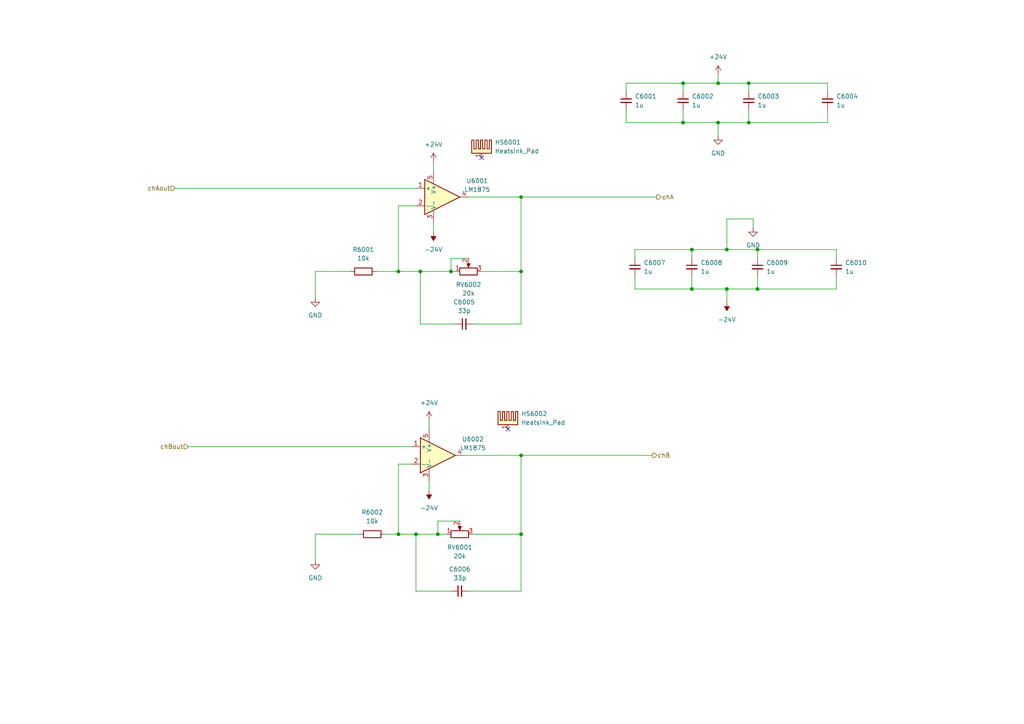
<source format=kicad_sch>
(kicad_sch (version 20231120) (generator "eeschema") (generator_version "8.0")
  (paper "A4")
  (lib_symbols
    (symbol "Amplifier_Audio:LM1875" (pin_names (offset 0.127))
      (property "Reference" "U" (at 3.81 6.35 0))
      (property "Value" "LM1875" (at 3.81 3.81 0))
      (symbol "LM1875_0_1"
        (polyline (pts (xy -5.08 5.08) (xy 5.08 0) (xy -5.08 -5.08) (xy -5.08 5.08)) (stroke (width 0.254)) (fill (type background)))
      )
      (symbol "LM1875_1_1"
        (pin input line (at -7.62 2.54 0) (length 2.54) (name "+") (number "1"))
        (pin input line (at -7.62 -2.54 0) (length 2.54) (name "-") (number "2"))
        (pin power_in line (at -2.54 -7.62 90) (length 3.81) (name "V-") (number "3"))
        (pin output line (at 7.62 0 180) (length 2.54) (name "~") (number "4"))
        (pin power_in line (at -2.54 7.62 270) (length 3.81) (name "V+") (number "5"))
      )
    )
    (symbol "Device:C_Small" (pin_numbers hide) (pin_names (offset 0.254) hide)
      (property "Reference" "C" (at 0.254 1.778 0))
      (property "Value" "C_Small" (at 0.254 -2.032 0))
      (symbol "C_Small_0_1"
        (polyline (pts (xy -1.524 -0.508) (xy 1.524 -0.508)) (stroke (width 0.3302)))
        (polyline (pts (xy -1.524 0.508) (xy 1.524 0.508)) (stroke (width 0.3048)))
      )
      (symbol "C_Small_1_1"
        (pin passive line (at 0 2.54 270) (length 2.032) (name "~") (number "1"))
        (pin passive line (at 0 -2.54 90) (length 2.032) (name "~") (number "2"))
      )
    )
    (symbol "Device:R" (pin_numbers hide) (pin_names (offset 0))
      (property "Reference" "R" (at 2.032 0 90))
      (property "Value" "R" (at 0 0 90))
      (symbol "R_0_1"
        (rectangle (start -1.016 -2.54) (end 1.016 2.54) (stroke (width 0.254)))
      )
      (symbol "R_1_1"
        (pin passive line (at 0 3.81 270) (length 1.27) (name "~") (number "1"))
        (pin passive line (at 0 -3.81 90) (length 1.27) (name "~") (number "2"))
      )
    )
    (symbol "Device:R_Potentiometer" (pin_names (offset 1.016) hide)
      (property "Reference" "RV" (at -4.445 0 90))
      (property "Value" "R_Potentiometer" (at -2.54 0 90))
      (symbol "R_Potentiometer_0_1"
        (polyline (pts (xy 2.54 0) (xy 1.524 0)))
        (polyline (pts (xy 1.143 0) (xy 2.286 0.508) (xy 2.286 -0.508) (xy 1.143 0)) (fill (type outline)))
        (rectangle (start 1.016 2.54) (end -1.016 -2.54) (stroke (width 0.254)))
      )
      (symbol "R_Potentiometer_1_1"
        (pin passive line (at 0 3.81 270) (length 1.27) (name "1") (number "1"))
        (pin passive line (at 3.81 0 180) (length 1.27) (name "2") (number "2"))
        (pin passive line (at 0 -3.81 90) (length 1.27) (name "3") (number "3"))
      )
    )
    (symbol "Mechanical:Heatsink_Pad" (pin_names (offset 0))
      (property "Reference" "HS" (at 0 5.715 0))
      (property "Value" "Heatsink_Pad" (at 0 3.81 0))
      (symbol "Heatsink_Pad_0_1"
        (polyline (pts (xy -0.3302 0) (xy -0.9652 0) (xy -0.9652 2.54) (xy -1.6002 2.54) (xy -1.6002 0) (xy -2.2352 0) (xy -2.2352 2.54) (xy -2.8702 2.54) (xy -2.8702 -1.27) (xy -0.9652 -1.27)) (stroke (width 0.254)) (fill (type background)))
        (polyline (pts (xy -0.3302 0) (xy -0.3302 2.54) (xy 0.3048 2.54) (xy 0.3048 0) (xy 0.9398 0) (xy 0.9398 2.54) (xy 1.5748 2.54) (xy 1.5748 0) (xy 2.2098 0) (xy 2.2098 2.54) (xy 2.8448 2.54) (xy 2.8448 -1.27) (xy -0.9652 -1.27)) (stroke (width 0.254)) (fill (type background)))
      )
      (symbol "Heatsink_Pad_1_1"
        (pin passive line (at 0 -2.54 90) (length 1.27) (name "~") (number "1"))
      )
    )
    (symbol "power:+24V" (power) (pin_names (offset 0))
      (property "Value" "+24V" (at 0 3.556 0))
      (symbol "+24V_0_1"
        (polyline (pts (xy -0.762 1.27) (xy 0 2.54)))
        (polyline (pts (xy 0 0) (xy 0 2.54)))
        (polyline (pts (xy 0 2.54) (xy 0.762 1.27)))
      )
      (symbol "+24V_1_1"
        (pin power_in line (at 0 0 90) (length 0) hide (name "+24V") (number "1"))
      )
    )
    (symbol "power:-24V" (power) (pin_names (offset 0))
      (property "Value" "-24V" (at 0 3.81 0))
      (symbol "-24V_0_0"
        (pin power_in line (at 0 0 90) (length 0) hide (name "-24V") (number "1"))
      )
      (symbol "-24V_0_1"
        (polyline (pts (xy 0 0) (xy 0 1.27) (xy 0.762 1.27) (xy 0 2.54) (xy -0.762 1.27) (xy 0 1.27)) (fill (type outline)))
      )
    )
    (symbol "power:GND" (power) (pin_names (offset 0))
      (property "Value" "GND" (at 0 -3.81 0))
      (symbol "GND_0_1"
        (polyline (pts (xy 0 0) (xy 0 -1.27) (xy 1.27 -1.27) (xy 0 -2.54) (xy -1.27 -1.27) (xy 0 -1.27)))
      )
      (symbol "GND_1_1"
        (pin power_in line (at 0 0 270) (length 0) hide (name "GND") (number "1"))
      )
    )
  )
  (junction (at 151.13 57.15))
  (junction (at 130.81 78.74))
  (junction (at 200.66 72.39))
  (junction (at 121.92 78.74))
  (junction (at 217.17 35.56))
  (junction (at 208.28 24.13))
  (junction (at 115.57 154.94))
  (junction (at 127 154.94))
  (junction (at 200.66 83.82))
  (junction (at 115.57 78.74))
  (junction (at 120.65 154.94))
  (junction (at 198.12 35.56))
  (junction (at 219.71 83.82))
  (junction (at 210.82 83.82))
  (junction (at 217.17 24.13))
  (junction (at 210.82 72.39))
  (junction (at 151.13 132.08))
  (junction (at 151.13 154.94))
  (junction (at 208.28 35.56))
  (junction (at 198.12 24.13))
  (junction (at 151.13 78.74))
  (junction (at 219.71 72.39))
  (no_connect (at 139.7 45.72))
  (no_connect (at 147.32 124.46))
  (wire (pts (xy 151.13 154.94) (xy 151.13 132.08)))
  (wire (pts (xy 130.81 78.74) (xy 132.08 78.74)))
  (wire (pts (xy 101.6 78.74) (xy 91.44 78.74)))
  (wire (pts (xy 124.46 121.92) (xy 124.46 124.46)))
  (wire (pts (xy 210.82 83.82) (xy 200.66 83.82)))
  (wire (pts (xy 208.28 35.56) (xy 217.17 35.56)))
  (wire (pts (xy 200.66 72.39) (xy 210.82 72.39)))
  (wire (pts (xy 135.89 74.93) (xy 130.81 74.93)))
  (wire (pts (xy 217.17 31.75) (xy 217.17 35.56)))
  (wire (pts (xy 151.13 93.98) (xy 151.13 78.74)))
  (wire (pts (xy 184.15 83.82) (xy 184.15 80.01)))
  (wire (pts (xy 198.12 31.75) (xy 198.12 35.56)))
  (wire (pts (xy 217.17 24.13) (xy 240.03 24.13)))
  (wire (pts (xy 135.89 57.15) (xy 151.13 57.15)))
  (wire (pts (xy 91.44 154.94) (xy 104.14 154.94)))
  (wire (pts (xy 127 151.13) (xy 127 154.94)))
  (wire (pts (xy 120.65 171.45) (xy 120.65 154.94)))
  (wire (pts (xy 181.61 35.56) (xy 181.61 31.75)))
  (wire (pts (xy 242.57 72.39) (xy 242.57 74.93)))
  (wire (pts (xy 125.73 46.99) (xy 125.73 49.53)))
  (wire (pts (xy 121.92 78.74) (xy 130.81 78.74)))
  (wire (pts (xy 130.81 171.45) (xy 120.65 171.45)))
  (wire (pts (xy 120.65 154.94) (xy 127 154.94)))
  (wire (pts (xy 120.65 54.61) (xy 50.8 54.61)))
  (wire (pts (xy 210.82 83.82) (xy 219.71 83.82)))
  (wire (pts (xy 208.28 24.13) (xy 208.28 21.59)))
  (wire (pts (xy 217.17 24.13) (xy 217.17 26.67)))
  (wire (pts (xy 134.62 132.08) (xy 151.13 132.08)))
  (wire (pts (xy 200.66 80.01) (xy 200.66 83.82)))
  (wire (pts (xy 198.12 35.56) (xy 181.61 35.56)))
  (wire (pts (xy 109.22 78.74) (xy 115.57 78.74)))
  (wire (pts (xy 200.66 72.39) (xy 200.66 74.93)))
  (wire (pts (xy 139.7 78.74) (xy 151.13 78.74)))
  (wire (pts (xy 181.61 24.13) (xy 198.12 24.13)))
  (wire (pts (xy 210.82 63.5) (xy 210.82 72.39)))
  (wire (pts (xy 151.13 57.15) (xy 190.5 57.15)))
  (wire (pts (xy 219.71 72.39) (xy 219.71 74.93)))
  (wire (pts (xy 133.35 151.13) (xy 127 151.13)))
  (wire (pts (xy 91.44 78.74) (xy 91.44 86.36)))
  (wire (pts (xy 151.13 171.45) (xy 151.13 154.94)))
  (wire (pts (xy 219.71 83.82) (xy 242.57 83.82)))
  (wire (pts (xy 219.71 80.01) (xy 219.71 83.82)))
  (wire (pts (xy 208.28 35.56) (xy 198.12 35.56)))
  (wire (pts (xy 184.15 72.39) (xy 200.66 72.39)))
  (wire (pts (xy 135.89 171.45) (xy 151.13 171.45)))
  (wire (pts (xy 119.38 134.62) (xy 115.57 134.62)))
  (wire (pts (xy 111.76 154.94) (xy 115.57 154.94)))
  (wire (pts (xy 91.44 162.56) (xy 91.44 154.94)))
  (wire (pts (xy 218.44 66.04) (xy 218.44 63.5)))
  (wire (pts (xy 210.82 72.39) (xy 219.71 72.39)))
  (wire (pts (xy 242.57 80.01) (xy 242.57 83.82)))
  (wire (pts (xy 115.57 59.69) (xy 115.57 78.74)))
  (wire (pts (xy 200.66 83.82) (xy 184.15 83.82)))
  (wire (pts (xy 219.71 72.39) (xy 242.57 72.39)))
  (wire (pts (xy 240.03 24.13) (xy 240.03 26.67)))
  (wire (pts (xy 115.57 154.94) (xy 120.65 154.94)))
  (wire (pts (xy 54.61 129.54) (xy 119.38 129.54)))
  (wire (pts (xy 198.12 24.13) (xy 208.28 24.13)))
  (wire (pts (xy 198.12 24.13) (xy 198.12 26.67)))
  (wire (pts (xy 121.92 93.98) (xy 121.92 78.74)))
  (wire (pts (xy 181.61 26.67) (xy 181.61 24.13)))
  (wire (pts (xy 130.81 74.93) (xy 130.81 78.74)))
  (wire (pts (xy 218.44 63.5) (xy 210.82 63.5)))
  (wire (pts (xy 124.46 139.7) (xy 124.46 142.24)))
  (wire (pts (xy 240.03 31.75) (xy 240.03 35.56)))
  (wire (pts (xy 127 154.94) (xy 129.54 154.94)))
  (wire (pts (xy 151.13 132.08) (xy 189.23 132.08)))
  (wire (pts (xy 210.82 87.63) (xy 210.82 83.82)))
  (wire (pts (xy 151.13 78.74) (xy 151.13 57.15)))
  (wire (pts (xy 125.73 64.77) (xy 125.73 67.31)))
  (wire (pts (xy 184.15 74.93) (xy 184.15 72.39)))
  (wire (pts (xy 217.17 35.56) (xy 240.03 35.56)))
  (wire (pts (xy 137.16 93.98) (xy 151.13 93.98)))
  (wire (pts (xy 208.28 39.37) (xy 208.28 35.56)))
  (wire (pts (xy 115.57 134.62) (xy 115.57 154.94)))
  (wire (pts (xy 132.08 93.98) (xy 121.92 93.98)))
  (wire (pts (xy 115.57 78.74) (xy 121.92 78.74)))
  (wire (pts (xy 120.65 59.69) (xy 115.57 59.69)))
  (wire (pts (xy 137.16 154.94) (xy 151.13 154.94)))
  (wire (pts (xy 208.28 24.13) (xy 217.17 24.13)))
  (hierarchical_label "chAout" (shape input) (at 50.8 54.61 180))
  (hierarchical_label "chB" (shape output) (at 189.23 132.08 0))
  (hierarchical_label "chBout" (shape input) (at 54.61 129.54 180))
  (hierarchical_label "chA" (shape output) (at 190.5 57.15 0))
  (symbol (lib_id "Device:C_Small") (at 200.66 77.47 0) (unit 1)
    (property "Reference" "C6008" (at 203.2 76.2062 0) (effects (justify left)))
    (property "Value" "1u" (at 203.2 78.7462 0) (effects (justify left)))
    (property "Footprint" "Capacitor_SMD:C_1206_3216Metric" (effects (hide yes)))
  )
  (symbol (lib_id "Device:C_Small") (at 181.61 29.21 0) (unit 1)
    (property "Reference" "C6001" (at 184.15 27.9462 0) (effects (justify left)))
    (property "Value" "1u" (at 184.15 30.4862 0) (effects (justify left)))
    (property "Footprint" "Capacitor_SMD:C_1206_3216Metric" (effects (hide yes)))
  )
  (symbol (lib_id "Device:R") (at 107.95 154.94 90) (unit 1)
    (property "Reference" "R6002" (at 107.95 148.59 90))
    (property "Value" "10k" (at 107.95 151.13 90))
    (property "Footprint" "Resistor_SMD:R_0805_2012Metric" (effects (hide yes)))
  )
  (symbol (lib_id "Device:C_Small") (at 184.15 77.47 0) (unit 1)
    (property "Reference" "C6007" (at 186.69 76.2062 0) (effects (justify left)))
    (property "Value" "1u" (at 186.69 78.7462 0) (effects (justify left)))
    (property "Footprint" "Capacitor_SMD:C_1206_3216Metric" (effects (hide yes)))
  )
  (symbol (lib_id "Device:C_Small") (at 240.03 29.21 0) (unit 1)
    (property "Reference" "C6004" (at 242.57 27.9462 0) (effects (justify left)))
    (property "Value" "1u" (at 242.57 30.4862 0) (effects (justify left)))
    (property "Footprint" "Capacitor_SMD:C_1206_3216Metric" (effects (hide yes)))
  )
  (symbol (lib_id "Device:C_Small") (at 134.62 93.98 90) (unit 1)
    (property "Reference" "C6005" (at 134.6263 87.63 90))
    (property "Value" "33p" (at 134.6263 90.17 90))
    (property "Footprint" "Capacitor_SMD:C_0805_2012Metric" (effects (hide yes)))
  )
  (symbol (lib_id "power:GND") (at 218.44 66.04 0) (unit 1)
    (property "Reference" "#PWR06006" (effects (hide yes)))
    (property "Value" "GND" (at 218.44 71.12 0))
  )
  (symbol (lib_id "Device:C_Small") (at 219.71 77.47 0) (unit 1)
    (property "Reference" "C6009" (at 222.25 76.2062 0) (effects (justify left)))
    (property "Value" "1u" (at 222.25 78.7462 0) (effects (justify left)))
    (property "Footprint" "Capacitor_SMD:C_1206_3216Metric" (effects (hide yes)))
  )
  (symbol (lib_id "power:GND") (at 91.44 162.56 0) (unit 1)
    (property "Reference" "#PWR0156" (effects (hide yes)))
    (property "Value" "GND" (at 91.44 167.64 0))
  )
  (symbol (lib_id "Device:C_Small") (at 133.35 171.45 90) (unit 1)
    (property "Reference" "C6006" (at 133.3563 165.1 90))
    (property "Value" "33p" (at 133.3563 167.64 90))
    (property "Footprint" "Capacitor_SMD:C_0805_2012Metric" (effects (hide yes)))
  )
  (symbol (lib_id "Mechanical:Heatsink_Pad") (at 147.32 121.92 0) (unit 1)
    (property "Reference" "HS6002" (at 151.13 120.0149 0) (effects (justify left)))
    (property "Value" "Heatsink_Pad" (at 151.13 122.5549 0) (effects (justify left)))
    (property "Footprint" "Heatsink:Heatsink_Fischer_SK104-STCB_35x13mm__2xDrill3.5mm_ScrewM3" (effects (hide yes)))
  )
  (symbol (lib_id "power:+24V") (at 208.28 21.59 0) (unit 1)
    (property "Reference" "#PWR06001" (effects (hide yes)))
    (property "Value" "+24V" (at 208.28 16.51 0))
  )
  (symbol (lib_id "Device:R") (at 105.41 78.74 90) (unit 1)
    (property "Reference" "R6001" (at 105.41 72.39 90))
    (property "Value" "10k" (at 105.41 74.93 90))
    (property "Footprint" "Resistor_SMD:R_0805_2012Metric" (effects (hide yes)))
  )
  (symbol (lib_id "Device:C_Small") (at 242.57 77.47 0) (unit 1)
    (property "Reference" "C6010" (at 245.11 76.2062 0) (effects (justify left)))
    (property "Value" "1u" (at 245.11 78.7462 0) (effects (justify left)))
    (property "Footprint" "Capacitor_SMD:C_1206_3216Metric" (effects (hide yes)))
  )
  (symbol (lib_id "Device:C_Small") (at 217.17 29.21 0) (unit 1)
    (property "Reference" "C6003" (at 219.71 27.9462 0) (effects (justify left)))
    (property "Value" "1u" (at 219.71 30.4862 0) (effects (justify left)))
    (property "Footprint" "Capacitor_SMD:C_1206_3216Metric" (effects (hide yes)))
  )
  (symbol (lib_id "Mechanical:Heatsink_Pad") (at 139.7 43.18 0) (unit 1)
    (property "Reference" "HS6001" (at 143.51 41.2749 0) (effects (justify left)))
    (property "Value" "Heatsink_Pad" (at 143.51 43.8149 0) (effects (justify left)))
    (property "Footprint" "Heatsink:Heatsink_Fischer_SK104-STCB_35x13mm__2xDrill3.5mm_ScrewM3" (effects (hide yes)))
  )
  (symbol (lib_id "power:-24V") (at 125.73 67.31 180) (unit 1)
    (property "Reference" "#PWR0152" (effects (hide yes)))
    (property "Value" "-24V" (at 125.73 72.39 0))
  )
  (symbol (lib_id "power:-24V") (at 210.82 87.63 180) (unit 1)
    (property "Reference" "#PWR06004" (effects (hide yes)))
    (property "Value" "-24V" (at 210.82 92.71 0))
  )
  (symbol (lib_id "Device:C_Small") (at 198.12 29.21 0) (unit 1)
    (property "Reference" "C6002" (at 200.66 27.9462 0) (effects (justify left)))
    (property "Value" "1u" (at 200.66 30.4862 0) (effects (justify left)))
    (property "Footprint" "Capacitor_SMD:C_1206_3216Metric" (effects (hide yes)))
  )
  (symbol (lib_id "power:+24V") (at 124.46 121.92 0) (unit 1)
    (property "Reference" "#PWR0151" (effects (hide yes)))
    (property "Value" "+24V" (at 124.46 116.84 0))
  )
  (symbol (lib_id "Amplifier_Audio:LM1875") (at 127 132.08 0) (unit 1)
    (property "Reference" "U6002" (at 137.16 127.381 0))
    (property "Value" "LM1875" (at 137.16 129.921 0))
    (property "Footprint" "Package_TO_SOT_THT:TO-220-5_P3.4x3.7mm_StaggerOdd_Lead3.8mm_Vertical" (effects (hide yes)))
    (property "Datasheet" "http://www.ti.com/lit/ds/symlink/lm1875.pdf" (effects (hide yes)))
  )
  (symbol (lib_id "power:+24V") (at 125.73 46.99 0) (unit 1)
    (property "Reference" "#PWR0154" (effects (hide yes)))
    (property "Value" "+24V" (at 125.73 41.91 0))
  )
  (symbol (lib_id "power:GND") (at 91.44 86.36 0) (unit 1)
    (property "Reference" "#PWR0153" (effects (hide yes)))
    (property "Value" "GND" (at 91.44 91.44 0))
  )
  (symbol (lib_id "Device:R_Potentiometer") (at 135.89 78.74 90) (unit 1)
    (property "Reference" "RV6002" (at 135.89 82.55 90))
    (property "Value" "20k" (at 135.89 85.09 90))
    (property "Footprint" "Potentiometer_THT:Potentiometer_Bourns_3266W_Vertical" (effects (hide yes)))
  )
  (symbol (lib_id "Amplifier_Audio:LM1875") (at 128.27 57.15 0) (unit 1)
    (property "Reference" "U6001" (at 138.43 52.451 0))
    (property "Value" "LM1875" (at 138.43 54.991 0))
    (property "Footprint" "Package_TO_SOT_THT:TO-220-5_P3.4x3.7mm_StaggerOdd_Lead3.8mm_Vertical" (effects (hide yes)))
    (property "Datasheet" "http://www.ti.com/lit/ds/symlink/lm1875.pdf" (effects (hide yes)))
  )
  (symbol (lib_id "Device:R_Potentiometer") (at 133.35 154.94 90) (unit 1)
    (property "Reference" "RV6001" (at 133.35 158.75 90))
    (property "Value" "20k" (at 133.35 161.29 90))
    (property "Footprint" "Potentiometer_THT:Potentiometer_Bourns_3266W_Vertical" (effects (hide yes)))
  )
  (symbol (lib_id "power:-24V") (at 124.46 142.24 180) (unit 1)
    (property "Reference" "#PWR0155" (effects (hide yes)))
    (property "Value" "-24V" (at 124.46 147.32 0))
  )
  (symbol (lib_id "power:GND") (at 208.28 39.37 0) (unit 1)
    (property "Reference" "#PWR06005" (effects (hide yes)))
    (property "Value" "GND" (at 208.28 44.45 0))
  )
)
</source>
